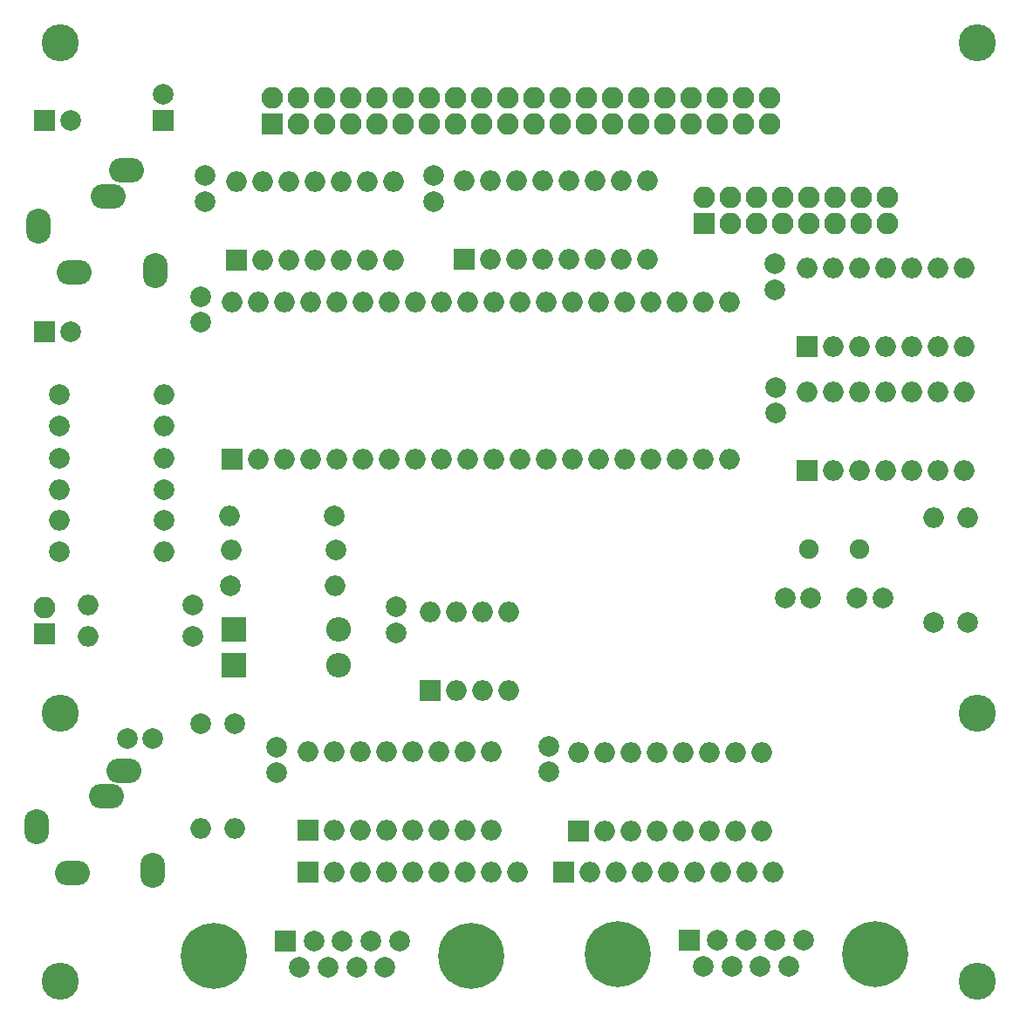
<source format=gbs>
G04 #@! TF.GenerationSoftware,KiCad,Pcbnew,(5.1.4-0-10_14)*
G04 #@! TF.CreationDate,2021-03-22T16:13:26+09:00*
G04 #@! TF.ProjectId,KZ80-YM2149,4b5a3830-2d59-44d3-9231-34392e6b6963,rev?*
G04 #@! TF.SameCoordinates,Original*
G04 #@! TF.FileFunction,Soldermask,Bot*
G04 #@! TF.FilePolarity,Negative*
%FSLAX46Y46*%
G04 Gerber Fmt 4.6, Leading zero omitted, Abs format (unit mm)*
G04 Created by KiCad (PCBNEW (5.1.4-0-10_14)) date 2021-03-22 16:13:26*
%MOMM*%
%LPD*%
G04 APERTURE LIST*
%ADD10O,2.000000X2.000000*%
%ADD11C,2.000000*%
%ADD12O,2.100000X2.100000*%
%ADD13R,2.100000X2.100000*%
%ADD14R,2.000000X2.000000*%
%ADD15C,3.600000*%
%ADD16O,3.400000X2.400000*%
%ADD17O,2.400000X3.400000*%
%ADD18O,2.400000X2.400000*%
%ADD19R,2.400000X2.400000*%
%ADD20C,6.400000*%
%ADD21C,1.900000*%
G04 APERTURE END LIST*
D10*
X98200000Y-112040000D03*
D11*
X108360000Y-112040000D03*
D10*
X98200000Y-109040000D03*
D11*
X108360000Y-109040000D03*
D12*
X93960000Y-109250000D03*
D13*
X93960000Y-111790000D03*
D10*
X131400000Y-109680000D03*
X139020000Y-117300000D03*
X133940000Y-109680000D03*
X136480000Y-117300000D03*
X136480000Y-109680000D03*
X133940000Y-117300000D03*
X139020000Y-109680000D03*
D14*
X131400000Y-117300000D03*
D10*
X112400000Y-130660000D03*
D11*
X112400000Y-120500000D03*
D10*
X109100000Y-130660000D03*
D11*
X109100000Y-120500000D03*
D10*
X112040000Y-103700000D03*
D11*
X122200000Y-103700000D03*
D10*
X111940000Y-100400000D03*
D11*
X122100000Y-100400000D03*
D10*
X122160000Y-107200000D03*
D11*
X112000000Y-107200000D03*
D15*
X184500000Y-145500000D03*
X95500000Y-145500000D03*
D16*
X96700000Y-135000000D03*
D17*
X104500000Y-134800000D03*
D16*
X100000000Y-127600000D03*
X101700000Y-125100000D03*
D17*
X93200000Y-130500000D03*
D18*
X122460000Y-111400000D03*
D19*
X112300000Y-111400000D03*
D18*
X122460000Y-114900000D03*
D19*
X112300000Y-114900000D03*
D11*
X104500000Y-122000000D03*
X102000000Y-122000000D03*
X128100000Y-111700000D03*
X128100000Y-109200000D03*
D14*
X105500000Y-62000000D03*
D11*
X105500000Y-59500000D03*
D10*
X164620000Y-134940000D03*
X162080000Y-134940000D03*
X159540000Y-134940000D03*
X157000000Y-134940000D03*
X154460000Y-134940000D03*
X151920000Y-134940000D03*
X149380000Y-134940000D03*
X146840000Y-134940000D03*
D14*
X144300000Y-134940000D03*
X119500000Y-134900000D03*
D10*
X122040000Y-134900000D03*
X124580000Y-134900000D03*
X127120000Y-134900000D03*
X129660000Y-134900000D03*
X132200000Y-134900000D03*
X134740000Y-134900000D03*
X137280000Y-134900000D03*
X139820000Y-134900000D03*
D11*
X166195000Y-144040000D03*
X163425000Y-144040000D03*
X160655000Y-144040000D03*
X157885000Y-144040000D03*
X167580000Y-141500000D03*
X164810000Y-141500000D03*
X162040000Y-141500000D03*
X159270000Y-141500000D03*
D14*
X156500000Y-141500000D03*
D20*
X149550000Y-142910000D03*
X174580000Y-142910000D03*
D11*
X164910000Y-90410000D03*
X164910000Y-87910000D03*
X116460000Y-122790000D03*
X116460000Y-125290000D03*
D14*
X119500000Y-130900000D03*
D10*
X137280000Y-123280000D03*
X122040000Y-130900000D03*
X134740000Y-123280000D03*
X124580000Y-130900000D03*
X132200000Y-123280000D03*
X127120000Y-130900000D03*
X129660000Y-123280000D03*
X129660000Y-130900000D03*
X127120000Y-123280000D03*
X132200000Y-130900000D03*
X124580000Y-123280000D03*
X134740000Y-130900000D03*
X122040000Y-123280000D03*
X137280000Y-130900000D03*
X119500000Y-123280000D03*
X180230000Y-100520000D03*
D11*
X180230000Y-110680000D03*
X183550000Y-110730000D03*
D10*
X183550000Y-100570000D03*
D11*
X109110000Y-79110000D03*
X109110000Y-81610000D03*
X131730000Y-69900000D03*
X131730000Y-67400000D03*
X109550000Y-67400000D03*
X109550000Y-69900000D03*
X168320000Y-108370000D03*
X165820000Y-108370000D03*
X175310000Y-108350000D03*
X172810000Y-108350000D03*
D21*
X173000000Y-103635000D03*
X168120000Y-103635000D03*
D15*
X184500000Y-119500000D03*
X95500000Y-119500000D03*
X184500000Y-54500000D03*
X95500000Y-54500000D03*
D10*
X112625000Y-67945000D03*
X127865000Y-75565000D03*
X115165000Y-67945000D03*
X125325000Y-75565000D03*
X117705000Y-67945000D03*
X122785000Y-75565000D03*
X120245000Y-67945000D03*
X120245000Y-75565000D03*
X122785000Y-67945000D03*
X117705000Y-75565000D03*
X125325000Y-67945000D03*
X115165000Y-75565000D03*
X127865000Y-67945000D03*
D14*
X112625000Y-75565000D03*
D10*
X105581300Y-103820000D03*
D11*
X95421300Y-103820000D03*
X105581000Y-100820000D03*
D10*
X95421000Y-100820000D03*
X95421000Y-97820000D03*
D11*
X105581000Y-97820000D03*
D10*
X105560000Y-91680000D03*
D11*
X95400000Y-91680000D03*
X95400000Y-88600000D03*
D10*
X105560000Y-88600000D03*
D14*
X94000000Y-62000000D03*
D11*
X96500000Y-62000000D03*
X96500000Y-82500000D03*
D14*
X94000000Y-82500000D03*
D11*
X164820000Y-75940000D03*
X164820000Y-78440000D03*
X142860000Y-125200000D03*
X142860000Y-122700000D03*
D17*
X93380000Y-72300000D03*
D16*
X101880000Y-66900000D03*
X100180000Y-69400000D03*
D17*
X104680000Y-76600000D03*
D16*
X96880000Y-76800000D03*
D13*
X158000000Y-72000000D03*
D12*
X158000000Y-69460000D03*
X160540000Y-72000000D03*
X160540000Y-69460000D03*
X163080000Y-72000000D03*
X163080000Y-69460000D03*
X165620000Y-72000000D03*
X165620000Y-69460000D03*
X168160000Y-72000000D03*
X168160000Y-69460000D03*
X170700000Y-72000000D03*
X170700000Y-69460000D03*
X173240000Y-72000000D03*
X173240000Y-69460000D03*
X175780000Y-72000000D03*
X175780000Y-69460000D03*
D20*
X135400000Y-143050000D03*
X110370000Y-143050000D03*
D14*
X117320000Y-141640000D03*
D11*
X120090000Y-141640000D03*
X122860000Y-141640000D03*
X125630000Y-141640000D03*
X128400000Y-141640000D03*
X118705000Y-144180000D03*
X121475000Y-144180000D03*
X124245000Y-144180000D03*
X127015000Y-144180000D03*
D13*
X116030000Y-62380000D03*
D12*
X116030000Y-59840000D03*
X118570000Y-62380000D03*
X118570000Y-59840000D03*
X121110000Y-62380000D03*
X121110000Y-59840000D03*
X123650000Y-62380000D03*
X123650000Y-59840000D03*
X126190000Y-62380000D03*
X126190000Y-59840000D03*
X128730000Y-62380000D03*
X128730000Y-59840000D03*
X131270000Y-62380000D03*
X131270000Y-59840000D03*
X133810000Y-62380000D03*
X133810000Y-59840000D03*
X136350000Y-62380000D03*
X136350000Y-59840000D03*
X138890000Y-62380000D03*
X138890000Y-59840000D03*
X141430000Y-62380000D03*
X141430000Y-59840000D03*
X143970000Y-62380000D03*
X143970000Y-59840000D03*
X146510000Y-62380000D03*
X146510000Y-59840000D03*
X149050000Y-62380000D03*
X149050000Y-59840000D03*
X151590000Y-62380000D03*
X151590000Y-59840000D03*
X154130000Y-62380000D03*
X154130000Y-59840000D03*
X156670000Y-62380000D03*
X156670000Y-59840000D03*
X159210000Y-62380000D03*
X159210000Y-59840000D03*
X161750000Y-62380000D03*
X161750000Y-59840000D03*
X164290000Y-62380000D03*
X164290000Y-59840000D03*
D11*
X95420000Y-94790000D03*
D10*
X105580000Y-94790000D03*
D14*
X134680000Y-75480000D03*
D10*
X152460000Y-67860000D03*
X137220000Y-75480000D03*
X149920000Y-67860000D03*
X139760000Y-75480000D03*
X147380000Y-67860000D03*
X142300000Y-75480000D03*
X144840000Y-67860000D03*
X144840000Y-75480000D03*
X142300000Y-67860000D03*
X147380000Y-75480000D03*
X139760000Y-67860000D03*
X149920000Y-75480000D03*
X137220000Y-67860000D03*
X152460000Y-75480000D03*
X134680000Y-67860000D03*
X168000000Y-88380000D03*
X183240000Y-96000000D03*
X170540000Y-88380000D03*
X180700000Y-96000000D03*
X173080000Y-88380000D03*
X178160000Y-96000000D03*
X175620000Y-88380000D03*
X175620000Y-96000000D03*
X178160000Y-88380000D03*
X173080000Y-96000000D03*
X180700000Y-88380000D03*
X170540000Y-96000000D03*
X183240000Y-88380000D03*
D14*
X168000000Y-96000000D03*
D10*
X145810000Y-123350000D03*
X163590000Y-130970000D03*
X148350000Y-123350000D03*
X161050000Y-130970000D03*
X150890000Y-123350000D03*
X158510000Y-130970000D03*
X153430000Y-123350000D03*
X155970000Y-130970000D03*
X155970000Y-123350000D03*
X153430000Y-130970000D03*
X158510000Y-123350000D03*
X150890000Y-130970000D03*
X161050000Y-123350000D03*
X148350000Y-130970000D03*
X163590000Y-123350000D03*
D14*
X145810000Y-130970000D03*
X168000000Y-84000000D03*
D10*
X183240000Y-76380000D03*
X170540000Y-84000000D03*
X180700000Y-76380000D03*
X173080000Y-84000000D03*
X178160000Y-76380000D03*
X175620000Y-84000000D03*
X175620000Y-76380000D03*
X178160000Y-84000000D03*
X173080000Y-76380000D03*
X180700000Y-84000000D03*
X170540000Y-76380000D03*
X183240000Y-84000000D03*
X168000000Y-76380000D03*
D14*
X112170000Y-94870000D03*
D10*
X160430000Y-79630000D03*
X114710000Y-94870000D03*
X157890000Y-79630000D03*
X117250000Y-94870000D03*
X155350000Y-79630000D03*
X119790000Y-94870000D03*
X152810000Y-79630000D03*
X122330000Y-94870000D03*
X150270000Y-79630000D03*
X124870000Y-94870000D03*
X147730000Y-79630000D03*
X127410000Y-94870000D03*
X145190000Y-79630000D03*
X129950000Y-94870000D03*
X142650000Y-79630000D03*
X132490000Y-94870000D03*
X140110000Y-79630000D03*
X135030000Y-94870000D03*
X137570000Y-79630000D03*
X137570000Y-94870000D03*
X135030000Y-79630000D03*
X140110000Y-94870000D03*
X132490000Y-79630000D03*
X142650000Y-94870000D03*
X129950000Y-79630000D03*
X145190000Y-94870000D03*
X127410000Y-79630000D03*
X147730000Y-94870000D03*
X124870000Y-79630000D03*
X150270000Y-94870000D03*
X122330000Y-79630000D03*
X152810000Y-94870000D03*
X119790000Y-79630000D03*
X155350000Y-94870000D03*
X117250000Y-79630000D03*
X157890000Y-94870000D03*
X114710000Y-79630000D03*
X160430000Y-94870000D03*
X112170000Y-79630000D03*
M02*

</source>
